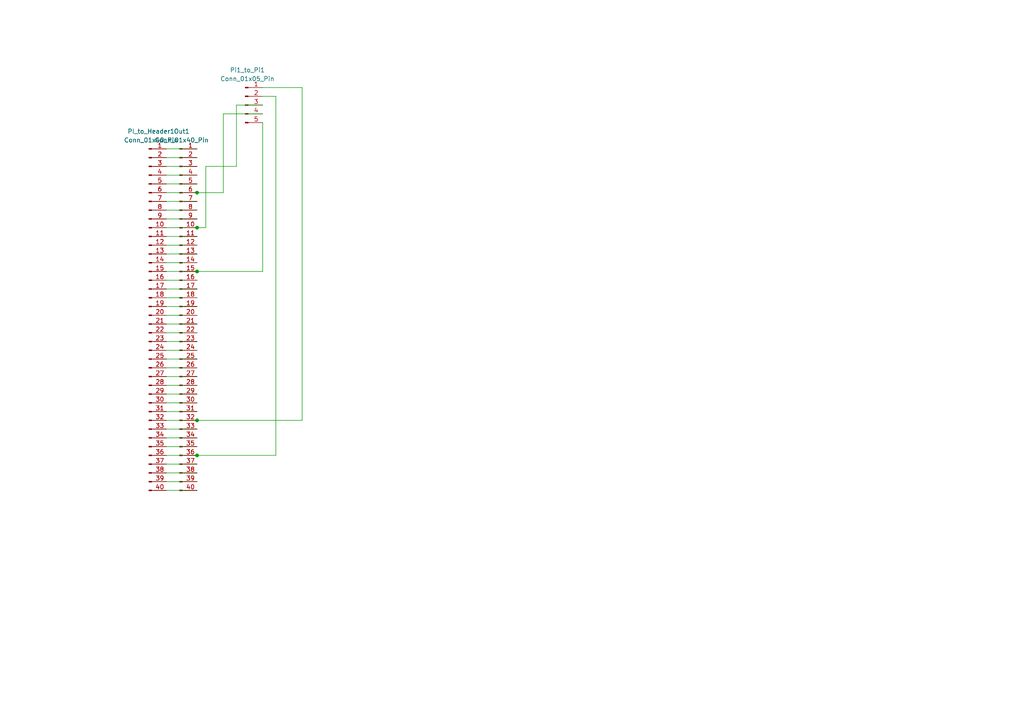
<source format=kicad_sch>
(kicad_sch (version 20230121) (generator eeschema)
  (paper "A4")
  (lib_symbols
    (symbol "Connector:Conn_01x05_Pin" (pin_names (offset 1.016) hide)
      (property "Reference" "J" (at 0 7.62 0))
      (property "Value" "Conn_01x05_Pin" (at 0 -7.62 0))
      (symbol "Conn_01x05_Pin_1_1"
        (polyline (pts (xy 1.27 -5.08) (xy 0.8636 -5.08)) (stroke (width 0.1524)))
        (polyline (pts (xy 1.27 -2.54) (xy 0.8636 -2.54)) (stroke (width 0.1524)))
        (polyline (pts (xy 1.27 0) (xy 0.8636 0)) (stroke (width 0.1524)))
        (polyline (pts (xy 1.27 2.54) (xy 0.8636 2.54)) (stroke (width 0.1524)))
        (polyline (pts (xy 1.27 5.08) (xy 0.8636 5.08)) (stroke (width 0.1524)))
        (rectangle (start 0.8636 -4.953) (end 0 -5.207) (stroke (width 0.1524)) (fill (type outline)))
        (rectangle (start 0.8636 -2.413) (end 0 -2.667) (stroke (width 0.1524)) (fill (type outline)))
        (rectangle (start 0.8636 0.127) (end 0 -0.127) (stroke (width 0.1524)) (fill (type outline)))
        (rectangle (start 0.8636 2.667) (end 0 2.413) (stroke (width 0.1524)) (fill (type outline)))
        (rectangle (start 0.8636 5.207) (end 0 4.953) (stroke (width 0.1524)) (fill (type outline)))
        (pin passive line (at 5.08 5.08 180) (length 3.81) (name "Pin_1") (number "1"))
        (pin passive line (at 5.08 2.54 180) (length 3.81) (name "Pin_2") (number "2"))
        (pin passive line (at 5.08 0 180) (length 3.81) (name "Pin_3") (number "3"))
        (pin passive line (at 5.08 -2.54 180) (length 3.81) (name "Pin_4") (number "4"))
        (pin passive line (at 5.08 -5.08 180) (length 3.81) (name "Pin_5") (number "5"))
      )
    )
    (symbol "Connector:Conn_01x40_Pin" (pin_names (offset 1.016) hide)
      (property "Reference" "J" (at 0 50.8 0))
      (property "Value" "Conn_01x40_Pin" (at 0 -53.34 0))
      (symbol "Conn_01x40_Pin_1_1"
        (polyline (pts (xy 1.27 -50.8) (xy 0.8636 -50.8)) (stroke (width 0.1524)))
        (polyline (pts (xy 1.27 -48.26) (xy 0.8636 -48.26)) (stroke (width 0.1524)))
        (polyline (pts (xy 1.27 -45.72) (xy 0.8636 -45.72)) (stroke (width 0.1524)))
        (polyline (pts (xy 1.27 -43.18) (xy 0.8636 -43.18)) (stroke (width 0.1524)))
        (polyline (pts (xy 1.27 -40.64) (xy 0.8636 -40.64)) (stroke (width 0.1524)))
        (polyline (pts (xy 1.27 -38.1) (xy 0.8636 -38.1)) (stroke (width 0.1524)))
        (polyline (pts (xy 1.27 -35.56) (xy 0.8636 -35.56)) (stroke (width 0.1524)))
        (polyline (pts (xy 1.27 -33.02) (xy 0.8636 -33.02)) (stroke (width 0.1524)))
        (polyline (pts (xy 1.27 -30.48) (xy 0.8636 -30.48)) (stroke (width 0.1524)))
        (polyline (pts (xy 1.27 -27.94) (xy 0.8636 -27.94)) (stroke (width 0.1524)))
        (polyline (pts (xy 1.27 -25.4) (xy 0.8636 -25.4)) (stroke (width 0.1524)))
        (polyline (pts (xy 1.27 -22.86) (xy 0.8636 -22.86)) (stroke (width 0.1524)))
        (polyline (pts (xy 1.27 -20.32) (xy 0.8636 -20.32)) (stroke (width 0.1524)))
        (polyline (pts (xy 1.27 -17.78) (xy 0.8636 -17.78)) (stroke (width 0.1524)))
        (polyline (pts (xy 1.27 -15.24) (xy 0.8636 -15.24)) (stroke (width 0.1524)))
        (polyline (pts (xy 1.27 -12.7) (xy 0.8636 -12.7)) (stroke (width 0.1524)))
        (polyline (pts (xy 1.27 -10.16) (xy 0.8636 -10.16)) (stroke (width 0.1524)))
        (polyline (pts (xy 1.27 -7.62) (xy 0.8636 -7.62)) (stroke (width 0.1524)))
        (polyline (pts (xy 1.27 -5.08) (xy 0.8636 -5.08)) (stroke (width 0.1524)))
        (polyline (pts (xy 1.27 -2.54) (xy 0.8636 -2.54)) (stroke (width 0.1524)))
        (polyline (pts (xy 1.27 0) (xy 0.8636 0)) (stroke (width 0.1524)))
        (polyline (pts (xy 1.27 2.54) (xy 0.8636 2.54)) (stroke (width 0.1524)))
        (polyline (pts (xy 1.27 5.08) (xy 0.8636 5.08)) (stroke (width 0.1524)))
        (polyline (pts (xy 1.27 7.62) (xy 0.8636 7.62)) (stroke (width 0.1524)))
        (polyline (pts (xy 1.27 10.16) (xy 0.8636 10.16)) (stroke (width 0.1524)))
        (polyline (pts (xy 1.27 12.7) (xy 0.8636 12.7)) (stroke (width 0.1524)))
        (polyline (pts (xy 1.27 15.24) (xy 0.8636 15.24)) (stroke (width 0.1524)))
        (polyline (pts (xy 1.27 17.78) (xy 0.8636 17.78)) (stroke (width 0.1524)))
        (polyline (pts (xy 1.27 20.32) (xy 0.8636 20.32)) (stroke (width 0.1524)))
        (polyline (pts (xy 1.27 22.86) (xy 0.8636 22.86)) (stroke (width 0.1524)))
        (polyline (pts (xy 1.27 25.4) (xy 0.8636 25.4)) (stroke (width 0.1524)))
        (polyline (pts (xy 1.27 27.94) (xy 0.8636 27.94)) (stroke (width 0.1524)))
        (polyline (pts (xy 1.27 30.48) (xy 0.8636 30.48)) (stroke (width 0.1524)))
        (polyline (pts (xy 1.27 33.02) (xy 0.8636 33.02)) (stroke (width 0.1524)))
        (polyline (pts (xy 1.27 35.56) (xy 0.8636 35.56)) (stroke (width 0.1524)))
        (polyline (pts (xy 1.27 38.1) (xy 0.8636 38.1)) (stroke (width 0.1524)))
        (polyline (pts (xy 1.27 40.64) (xy 0.8636 40.64)) (stroke (width 0.1524)))
        (polyline (pts (xy 1.27 43.18) (xy 0.8636 43.18)) (stroke (width 0.1524)))
        (polyline (pts (xy 1.27 45.72) (xy 0.8636 45.72)) (stroke (width 0.1524)))
        (polyline (pts (xy 1.27 48.26) (xy 0.8636 48.26)) (stroke (width 0.1524)))
        (rectangle (start 0.8636 -50.673) (end 0 -50.927) (stroke (width 0.1524)) (fill (type outline)))
        (rectangle (start 0.8636 -48.133) (end 0 -48.387) (stroke (width 0.1524)) (fill (type outline)))
        (rectangle (start 0.8636 -45.593) (end 0 -45.847) (stroke (width 0.1524)) (fill (type outline)))
        (rectangle (start 0.8636 -43.053) (end 0 -43.307) (stroke (width 0.1524)) (fill (type outline)))
        (rectangle (start 0.8636 -40.513) (end 0 -40.767) (stroke (width 0.1524)) (fill (type outline)))
        (rectangle (start 0.8636 -37.973) (end 0 -38.227) (stroke (width 0.1524)) (fill (type outline)))
        (rectangle (start 0.8636 -35.433) (end 0 -35.687) (stroke (width 0.1524)) (fill (type outline)))
        (rectangle (start 0.8636 -32.893) (end 0 -33.147) (stroke (width 0.1524)) (fill (type outline)))
        (rectangle (start 0.8636 -30.353) (end 0 -30.607) (stroke (width 0.1524)) (fill (type outline)))
        (rectangle (start 0.8636 -27.813) (end 0 -28.067) (stroke (width 0.1524)) (fill (type outline)))
        (rectangle (start 0.8636 -25.273) (end 0 -25.527) (stroke (width 0.1524)) (fill (type outline)))
        (rectangle (start 0.8636 -22.733) (end 0 -22.987) (stroke (width 0.1524)) (fill (type outline)))
        (rectangle (start 0.8636 -20.193) (end 0 -20.447) (stroke (width 0.1524)) (fill (type outline)))
        (rectangle (start 0.8636 -17.653) (end 0 -17.907) (stroke (width 0.1524)) (fill (type outline)))
        (rectangle (start 0.8636 -15.113) (end 0 -15.367) (stroke (width 0.1524)) (fill (type outline)))
        (rectangle (start 0.8636 -12.573) (end 0 -12.827) (stroke (width 0.1524)) (fill (type outline)))
        (rectangle (start 0.8636 -10.033) (end 0 -10.287) (stroke (width 0.1524)) (fill (type outline)))
        (rectangle (start 0.8636 -7.493) (end 0 -7.747) (stroke (width 0.1524)) (fill (type outline)))
        (rectangle (start 0.8636 -4.953) (end 0 -5.207) (stroke (width 0.1524)) (fill (type outline)))
        (rectangle (start 0.8636 -2.413) (end 0 -2.667) (stroke (width 0.1524)) (fill (type outline)))
        (rectangle (start 0.8636 0.127) (end 0 -0.127) (stroke (width 0.1524)) (fill (type outline)))
        (rectangle (start 0.8636 2.667) (end 0 2.413) (stroke (width 0.1524)) (fill (type outline)))
        (rectangle (start 0.8636 5.207) (end 0 4.953) (stroke (width 0.1524)) (fill (type outline)))
        (rectangle (start 0.8636 7.747) (end 0 7.493) (stroke (width 0.1524)) (fill (type outline)))
        (rectangle (start 0.8636 10.287) (end 0 10.033) (stroke (width 0.1524)) (fill (type outline)))
        (rectangle (start 0.8636 12.827) (end 0 12.573) (stroke (width 0.1524)) (fill (type outline)))
        (rectangle (start 0.8636 15.367) (end 0 15.113) (stroke (width 0.1524)) (fill (type outline)))
        (rectangle (start 0.8636 17.907) (end 0 17.653) (stroke (width 0.1524)) (fill (type outline)))
        (rectangle (start 0.8636 20.447) (end 0 20.193) (stroke (width 0.1524)) (fill (type outline)))
        (rectangle (start 0.8636 22.987) (end 0 22.733) (stroke (width 0.1524)) (fill (type outline)))
        (rectangle (start 0.8636 25.527) (end 0 25.273) (stroke (width 0.1524)) (fill (type outline)))
        (rectangle (start 0.8636 28.067) (end 0 27.813) (stroke (width 0.1524)) (fill (type outline)))
        (rectangle (start 0.8636 30.607) (end 0 30.353) (stroke (width 0.1524)) (fill (type outline)))
        (rectangle (start 0.8636 33.147) (end 0 32.893) (stroke (width 0.1524)) (fill (type outline)))
        (rectangle (start 0.8636 35.687) (end 0 35.433) (stroke (width 0.1524)) (fill (type outline)))
        (rectangle (start 0.8636 38.227) (end 0 37.973) (stroke (width 0.1524)) (fill (type outline)))
        (rectangle (start 0.8636 40.767) (end 0 40.513) (stroke (width 0.1524)) (fill (type outline)))
        (rectangle (start 0.8636 43.307) (end 0 43.053) (stroke (width 0.1524)) (fill (type outline)))
        (rectangle (start 0.8636 45.847) (end 0 45.593) (stroke (width 0.1524)) (fill (type outline)))
        (rectangle (start 0.8636 48.387) (end 0 48.133) (stroke (width 0.1524)) (fill (type outline)))
        (pin passive line (at 5.08 48.26 180) (length 3.81) (name "Pin_1") (number "1"))
        (pin passive line (at 5.08 25.4 180) (length 3.81) (name "Pin_10") (number "10"))
        (pin passive line (at 5.08 22.86 180) (length 3.81) (name "Pin_11") (number "11"))
        (pin passive line (at 5.08 20.32 180) (length 3.81) (name "Pin_12") (number "12"))
        (pin passive line (at 5.08 17.78 180) (length 3.81) (name "Pin_13") (number "13"))
        (pin passive line (at 5.08 15.24 180) (length 3.81) (name "Pin_14") (number "14"))
        (pin passive line (at 5.08 12.7 180) (length 3.81) (name "Pin_15") (number "15"))
        (pin passive line (at 5.08 10.16 180) (length 3.81) (name "Pin_16") (number "16"))
        (pin passive line (at 5.08 7.62 180) (length 3.81) (name "Pin_17") (number "17"))
        (pin passive line (at 5.08 5.08 180) (length 3.81) (name "Pin_18") (number "18"))
        (pin passive line (at 5.08 2.54 180) (length 3.81) (name "Pin_19") (number "19"))
        (pin passive line (at 5.08 45.72 180) (length 3.81) (name "Pin_2") (number "2"))
        (pin passive line (at 5.08 0 180) (length 3.81) (name "Pin_20") (number "20"))
        (pin passive line (at 5.08 -2.54 180) (length 3.81) (name "Pin_21") (number "21"))
        (pin passive line (at 5.08 -5.08 180) (length 3.81) (name "Pin_22") (number "22"))
        (pin passive line (at 5.08 -7.62 180) (length 3.81) (name "Pin_23") (number "23"))
        (pin passive line (at 5.08 -10.16 180) (length 3.81) (name "Pin_24") (number "24"))
        (pin passive line (at 5.08 -12.7 180) (length 3.81) (name "Pin_25") (number "25"))
        (pin passive line (at 5.08 -15.24 180) (length 3.81) (name "Pin_26") (number "26"))
        (pin passive line (at 5.08 -17.78 180) (length 3.81) (name "Pin_27") (number "27"))
        (pin passive line (at 5.08 -20.32 180) (length 3.81) (name "Pin_28") (number "28"))
        (pin passive line (at 5.08 -22.86 180) (length 3.81) (name "Pin_29") (number "29"))
        (pin passive line (at 5.08 43.18 180) (length 3.81) (name "Pin_3") (number "3"))
        (pin passive line (at 5.08 -25.4 180) (length 3.81) (name "Pin_30") (number "30"))
        (pin passive line (at 5.08 -27.94 180) (length 3.81) (name "Pin_31") (number "31"))
        (pin passive line (at 5.08 -30.48 180) (length 3.81) (name "Pin_32") (number "32"))
        (pin passive line (at 5.08 -33.02 180) (length 3.81) (name "Pin_33") (number "33"))
        (pin passive line (at 5.08 -35.56 180) (length 3.81) (name "Pin_34") (number "34"))
        (pin passive line (at 5.08 -38.1 180) (length 3.81) (name "Pin_35") (number "35"))
        (pin passive line (at 5.08 -40.64 180) (length 3.81) (name "Pin_36") (number "36"))
        (pin passive line (at 5.08 -43.18 180) (length 3.81) (name "Pin_37") (number "37"))
        (pin passive line (at 5.08 -45.72 180) (length 3.81) (name "Pin_38") (number "38"))
        (pin passive line (at 5.08 -48.26 180) (length 3.81) (name "Pin_39") (number "39"))
        (pin passive line (at 5.08 40.64 180) (length 3.81) (name "Pin_4") (number "4"))
        (pin passive line (at 5.08 -50.8 180) (length 3.81) (name "Pin_40") (number "40"))
        (pin passive line (at 5.08 38.1 180) (length 3.81) (name "Pin_5") (number "5"))
        (pin passive line (at 5.08 35.56 180) (length 3.81) (name "Pin_6") (number "6"))
        (pin passive line (at 5.08 33.02 180) (length 3.81) (name "Pin_7") (number "7"))
        (pin passive line (at 5.08 30.48 180) (length 3.81) (name "Pin_8") (number "8"))
        (pin passive line (at 5.08 27.94 180) (length 3.81) (name "Pin_9") (number "9"))
      )
    )
  )
  (junction (at 57.15 121.92))
  (junction (at 57.15 132.08))
  (junction (at 57.15 66.04))
  (junction (at 57.15 78.74))
  (junction (at 57.15 55.88))
  (wire (pts (xy 48.26 88.9) (xy 57.15 88.9)))
  (wire (pts (xy 48.26 53.34) (xy 57.15 53.34)))
  (wire (pts (xy 48.26 99.06) (xy 57.15 99.06)))
  (wire (pts (xy 48.26 86.36) (xy 57.15 86.36)))
  (wire (pts (xy 48.26 68.58) (xy 57.15 68.58)))
  (wire (pts (xy 48.26 121.92) (xy 57.15 121.92)))
  (wire (pts (xy 48.26 109.22) (xy 57.15 109.22)))
  (wire (pts (xy 48.26 106.68) (xy 57.15 106.68)))
  (wire (pts (xy 48.26 66.04) (xy 57.15 66.04)))
  (wire (pts (xy 57.15 121.92) (xy 87.63 121.92)))
  (wire (pts (xy 76.2 35.56) (xy 76.2 78.74)))
  (wire (pts (xy 48.26 93.98) (xy 57.15 93.98)))
  (wire (pts (xy 48.26 129.54) (xy 57.15 129.54)))
  (wire (pts (xy 57.15 66.04) (xy 59.69 66.04)))
  (wire (pts (xy 48.26 58.42) (xy 57.15 58.42)))
  (wire (pts (xy 48.26 43.18) (xy 57.15 43.18)))
  (wire (pts (xy 48.26 45.72) (xy 57.15 45.72)))
  (wire (pts (xy 57.15 132.08) (xy 80.01 132.08)))
  (wire (pts (xy 48.26 127) (xy 57.15 127)))
  (wire (pts (xy 48.26 73.66) (xy 57.15 73.66)))
  (wire (pts (xy 48.26 137.16) (xy 57.15 137.16)))
  (wire (pts (xy 48.26 116.84) (xy 57.15 116.84)))
  (wire (pts (xy 48.26 50.8) (xy 57.15 50.8)))
  (wire (pts (xy 68.58 48.26) (xy 59.69 48.26)))
  (wire (pts (xy 76.2 33.02) (xy 64.77 33.02)))
  (wire (pts (xy 87.63 25.4) (xy 87.63 121.92)))
  (wire (pts (xy 76.2 27.94) (xy 80.01 27.94)))
  (wire (pts (xy 57.15 55.88) (xy 64.77 55.88)))
  (wire (pts (xy 48.26 96.52) (xy 57.15 96.52)))
  (wire (pts (xy 80.01 27.94) (xy 80.01 132.08)))
  (wire (pts (xy 48.26 124.46) (xy 57.15 124.46)))
  (wire (pts (xy 48.26 104.14) (xy 57.15 104.14)))
  (wire (pts (xy 48.26 55.88) (xy 57.15 55.88)))
  (wire (pts (xy 48.26 91.44) (xy 57.15 91.44)))
  (wire (pts (xy 57.15 78.74) (xy 76.2 78.74)))
  (wire (pts (xy 48.26 134.62) (xy 57.15 134.62)))
  (wire (pts (xy 48.26 83.82) (xy 57.15 83.82)))
  (wire (pts (xy 48.26 78.74) (xy 57.15 78.74)))
  (wire (pts (xy 64.77 33.02) (xy 64.77 55.88)))
  (wire (pts (xy 48.26 119.38) (xy 57.15 119.38)))
  (wire (pts (xy 48.26 63.5) (xy 57.15 63.5)))
  (wire (pts (xy 68.58 30.48) (xy 68.58 48.26)))
  (wire (pts (xy 76.2 30.48) (xy 68.58 30.48)))
  (wire (pts (xy 76.2 25.4) (xy 87.63 25.4)))
  (wire (pts (xy 48.26 71.12) (xy 57.15 71.12)))
  (wire (pts (xy 48.26 132.08) (xy 57.15 132.08)))
  (wire (pts (xy 48.26 139.7) (xy 57.15 139.7)))
  (wire (pts (xy 48.26 48.26) (xy 57.15 48.26)))
  (wire (pts (xy 59.69 48.26) (xy 59.69 66.04)))
  (wire (pts (xy 48.26 81.28) (xy 57.15 81.28)))
  (wire (pts (xy 48.26 101.6) (xy 57.15 101.6)))
  (wire (pts (xy 48.26 76.2) (xy 57.15 76.2)))
  (wire (pts (xy 48.26 114.3) (xy 57.15 114.3)))
  (wire (pts (xy 48.26 111.76) (xy 57.15 111.76)))
  (wire (pts (xy 48.26 142.24) (xy 57.15 142.24)))
  (wire (pts (xy 48.26 60.96) (xy 57.15 60.96)))
  (symbol (lib_id "Connector:Conn_01x40_Pin") (at 43.18 91.44 0) (unit 1)
    (property "Reference" "PI_to_Header1" (at 43.815 38.1 0))
    (property "Value" "Conn_01x40_Pin" (at 43.815 40.64 0))
    (property "Footprint" "20_pin_header_kicad:TE_7-146256-0" (effects hide))
  )
  (symbol (lib_id "Connector:Conn_01x05_Pin") (at 71.12 30.48 0) (unit 1)
    (property "Reference" "Pi1_to_Pi1" (at 71.755 20.32 0))
    (property "Value" "Conn_01x05_Pin" (at 71.755 22.86 0))
    (property "Footprint" "Connector_JST:JST_EH_B5B-EH-A_1x05_P2.50mm_Vertical" (effects hide))
  )
  (symbol (lib_id "Connector:Conn_01x40_Pin") (at 52.07 91.44 0) (unit 1)
    (property "Reference" "Out1" (at 52.705 38.1 0))
    (property "Value" "Conn_01x40_Pin" (at 52.705 40.64 0))
    (property "Footprint" "20_pin_header_kicad:TE_7-146256-0" (effects hide))
  )
)
</source>
